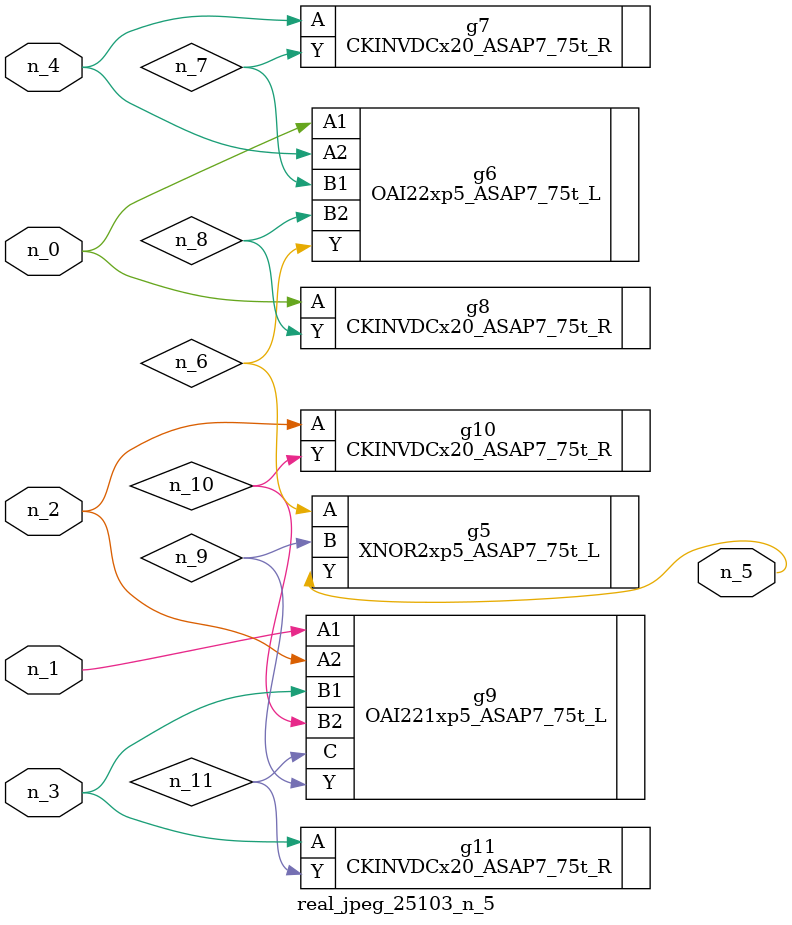
<source format=v>
module real_jpeg_25103_n_5 (n_4, n_0, n_1, n_2, n_3, n_5);

input n_4;
input n_0;
input n_1;
input n_2;
input n_3;

output n_5;

wire n_8;
wire n_11;
wire n_6;
wire n_7;
wire n_10;
wire n_9;

OAI22xp5_ASAP7_75t_L g6 ( 
.A1(n_0),
.A2(n_4),
.B1(n_7),
.B2(n_8),
.Y(n_6)
);

CKINVDCx20_ASAP7_75t_R g8 ( 
.A(n_0),
.Y(n_8)
);

OAI221xp5_ASAP7_75t_L g9 ( 
.A1(n_1),
.A2(n_2),
.B1(n_3),
.B2(n_10),
.C(n_11),
.Y(n_9)
);

CKINVDCx20_ASAP7_75t_R g10 ( 
.A(n_2),
.Y(n_10)
);

CKINVDCx20_ASAP7_75t_R g11 ( 
.A(n_3),
.Y(n_11)
);

CKINVDCx20_ASAP7_75t_R g7 ( 
.A(n_4),
.Y(n_7)
);

XNOR2xp5_ASAP7_75t_L g5 ( 
.A(n_6),
.B(n_9),
.Y(n_5)
);


endmodule
</source>
